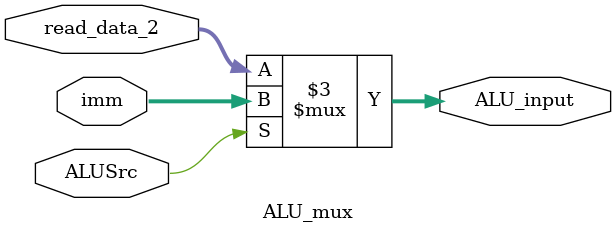
<source format=v>
module ALU_mux (
    input [31:0] read_data_2,
    input [31:0] imm,
    input ALUSrc,
    output reg [31:0] ALU_input
);

always @(*) begin
    if (ALUSrc) begin
        ALU_input=imm;
    end else begin
        ALU_input=read_data_2;
    end
end
    
endmodule
</source>
